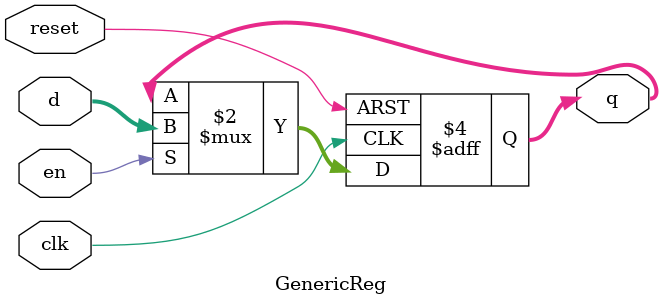
<source format=v>
module GenericReg #(parameter WIDTH = 16) (
    input clk,
    input reset,
    input en,
    input [WIDTH-1:0] d,
    output reg [WIDTH-1:0] q
);
    always @(posedge clk or posedge reset) begin
        if (reset) q <= {WIDTH{1'b0}};
        else if (en) q <= d;
    end
endmodule

</source>
